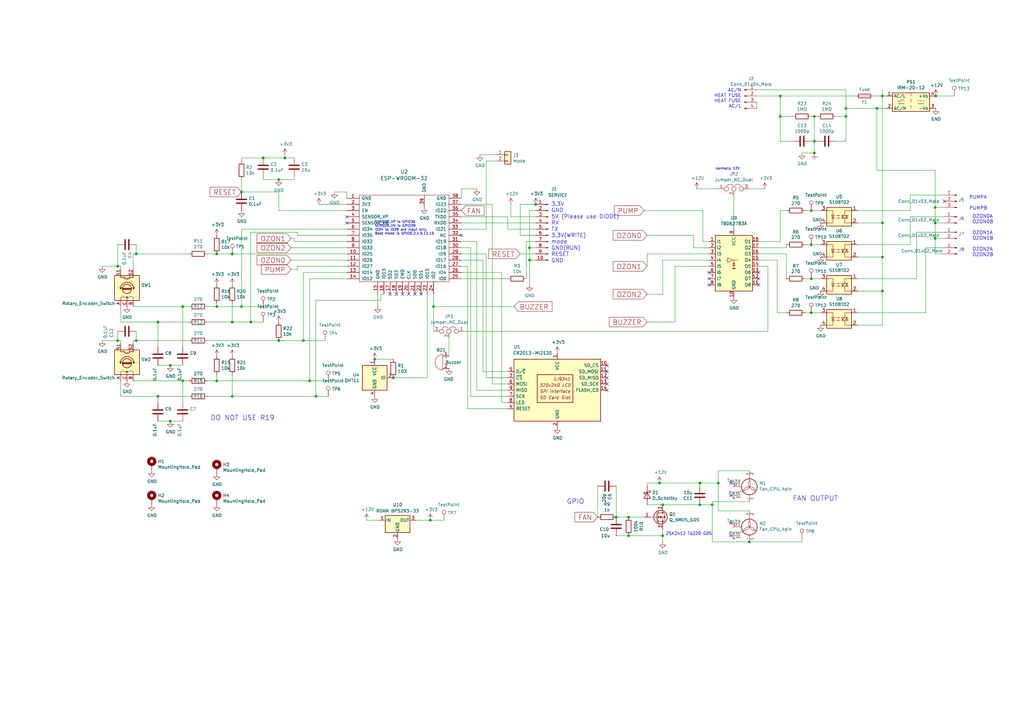
<source format=kicad_sch>
(kicad_sch (version 20230121) (generator eeschema)
  (paper "A3")
  (junction (at 176.53 213.36))
  (junction (at 95.25 104.14))
  (junction (at 359.664 44.45))
  (junction (at 287.02 207.01))
  (junction (at 48.26 109.22))
  (junction (at 217.17 101.6))
  (junction (at 257.81 212.09))
  (junction (at 320.04 39.37))
  (junction (at 334.01 47.752))
  (junction (at 69.85 149.86))
  (junction (at 99.06 125.73))
  (junction (at 64.77 162.56))
  (junction (at 361.95 119.38))
  (junction (at 346.964 47.752))
  (junction (at 153.67 147.32))
  (junction (at 177.8 125.73))
  (junction (at 95.25 162.56))
  (junction (at 99.06 78.74))
  (junction (at 361.95 39.37))
  (junction (at 114.3 73.66))
  (junction (at 88.9 125.73))
  (junction (at 217.17 106.68))
  (junction (at 334.01 57.912))
  (junction (at 124.46 139.7))
  (junction (at 55.88 104.14))
  (junction (at 361.95 91.44))
  (junction (at 334.01 62.738))
  (junction (at 116.84 64.77))
  (junction (at 361.95 105.41))
  (junction (at 74.93 156.21))
  (junction (at 271.78 219.71))
  (junction (at 383.54 85.09))
  (junction (at 307.34 222.25))
  (junction (at 257.81 219.71))
  (junction (at 69.85 172.72))
  (junction (at 88.9 156.21))
  (junction (at 55.88 139.7))
  (junction (at 271.78 207.01))
  (junction (at 292.1 207.01))
  (junction (at 129.54 162.56))
  (junction (at 107.95 64.77))
  (junction (at 332.74 114.3))
  (junction (at 88.9 104.14))
  (junction (at 320.04 47.752))
  (junction (at 294.64 198.12))
  (junction (at 74.93 125.73))
  (junction (at 383.54 97.79))
  (junction (at 64.77 132.08))
  (junction (at 102.87 132.08))
  (junction (at 383.794 39.37))
  (junction (at 219.71 83.82))
  (junction (at 48.26 139.7))
  (junction (at 127 156.21))
  (junction (at 346.964 44.45))
  (junction (at 332.74 128.27))
  (junction (at 114.3 139.7))
  (junction (at 383.54 91.44))
  (junction (at 270.51 198.12))
  (junction (at 287.02 198.12))
  (junction (at 95.25 132.08))
  (junction (at 332.74 100.33))
  (junction (at 161.29 154.94))
  (junction (at 332.74 86.36))
  (junction (at 252.73 212.09))
  (no_connect (at 167.64 120.65))
  (no_connect (at 248.92 157.48))
  (no_connect (at 299.72 203.2))
  (no_connect (at 290.83 116.84))
  (no_connect (at 299.72 219.71))
  (no_connect (at 248.92 154.94))
  (no_connect (at 248.92 160.02))
  (no_connect (at 299.72 214.63))
  (no_connect (at 162.56 120.65))
  (no_connect (at 160.02 120.65))
  (no_connect (at 142.24 91.44))
  (no_connect (at 311.15 116.84))
  (no_connect (at 311.15 111.76))
  (no_connect (at 165.1 120.65))
  (no_connect (at 290.83 114.3))
  (no_connect (at 170.18 120.65))
  (no_connect (at 248.92 149.86))
  (no_connect (at 248.92 152.4))
  (no_connect (at 189.23 96.52))
  (no_connect (at 142.24 88.9))
  (no_connect (at 172.72 120.65))
  (no_connect (at 299.72 198.12))
  (no_connect (at 290.83 111.76))
  (no_connect (at 311.15 114.3))
  (no_connect (at 387.35 82.55))
  (wire (pts (xy 64.77 149.86) (xy 69.85 149.86)))
  (wire (pts (xy 320.04 47.752) (xy 325.12 47.752)))
  (wire (pts (xy 48.26 139.7) (xy 49.53 139.7)))
  (wire (pts (xy 85.09 162.56) (xy 95.25 162.56)))
  (wire (pts (xy 379.73 101.6) (xy 387.35 101.6)))
  (wire (pts (xy 85.09 125.73) (xy 88.9 125.73)))
  (wire (pts (xy 311.15 101.6) (xy 322.58 101.6)))
  (wire (pts (xy 213.36 96.52) (xy 213.36 83.82)))
  (wire (pts (xy 142.24 99.06) (xy 120.65 99.06)))
  (wire (pts (xy 375.92 95.25) (xy 375.92 114.3)))
  (wire (pts (xy 265.43 104.14) (xy 290.83 104.14)))
  (wire (pts (xy 69.85 149.86) (xy 74.93 149.86)))
  (wire (pts (xy 49.53 125.73) (xy 49.53 132.08)))
  (wire (pts (xy 184.15 138.43) (xy 184.15 146.05)))
  (wire (pts (xy 201.93 83.82) (xy 201.93 157.48)))
  (wire (pts (xy 189.23 99.06) (xy 195.58 99.06)))
  (wire (pts (xy 55.88 104.14) (xy 77.47 104.14)))
  (wire (pts (xy 49.53 109.22) (xy 49.53 110.49)))
  (wire (pts (xy 342.9 47.752) (xy 346.964 47.752)))
  (wire (pts (xy 294.64 193.04) (xy 307.34 193.04)))
  (wire (pts (xy 383.54 69.85) (xy 383.54 85.09)))
  (wire (pts (xy 199.39 93.98) (xy 199.39 66.04)))
  (wire (pts (xy 177.8 135.89) (xy 177.8 125.73)))
  (wire (pts (xy 359.664 69.85) (xy 383.54 69.85)))
  (wire (pts (xy 137.16 78.74) (xy 142.24 78.74)))
  (wire (pts (xy 119.38 106.68) (xy 142.24 106.68)))
  (wire (pts (xy 55.88 100.33) (xy 55.88 104.14)))
  (wire (pts (xy 88.9 153.67) (xy 88.9 156.21)))
  (wire (pts (xy 252.73 219.71) (xy 257.81 219.71)))
  (wire (pts (xy 271.78 207.01) (xy 287.02 207.01)))
  (wire (pts (xy 219.71 93.98) (xy 208.28 93.98)))
  (wire (pts (xy 54.61 125.73) (xy 74.93 125.73)))
  (wire (pts (xy 290.83 109.22) (xy 276.86 109.22)))
  (wire (pts (xy 271.78 106.68) (xy 290.83 106.68)))
  (wire (pts (xy 217.17 101.6) (xy 217.17 106.68)))
  (wire (pts (xy 74.93 156.21) (xy 77.47 156.21)))
  (wire (pts (xy 121.92 109.22) (xy 142.24 109.22)))
  (wire (pts (xy 311.15 99.06) (xy 320.04 99.06)))
  (wire (pts (xy 120.65 73.66) (xy 120.65 72.39)))
  (wire (pts (xy 383.54 91.44) (xy 383.54 97.79)))
  (wire (pts (xy 114.3 139.7) (xy 85.09 139.7)))
  (wire (pts (xy 346.964 57.912) (xy 346.964 47.752)))
  (wire (pts (xy 177.8 125.73) (xy 210.82 125.73)))
  (wire (pts (xy 55.88 135.89) (xy 55.88 139.7)))
  (wire (pts (xy 142.24 86.36) (xy 114.3 86.36)))
  (wire (pts (xy 311.15 104.14) (xy 322.58 104.14)))
  (wire (pts (xy 334.01 57.912) (xy 335.28 57.912)))
  (wire (pts (xy 361.95 105.41) (xy 361.95 119.38)))
  (wire (pts (xy 129.54 123.19) (xy 129.54 162.56)))
  (wire (pts (xy 265.43 132.08) (xy 276.86 132.08)))
  (wire (pts (xy 49.53 132.08) (xy 64.77 132.08)))
  (wire (pts (xy 383.54 91.44) (xy 383.54 85.09)))
  (wire (pts (xy 208.28 88.9) (xy 189.23 88.9)))
  (wire (pts (xy 177.8 125.73) (xy 177.8 120.65)))
  (wire (pts (xy 74.93 125.73) (xy 77.47 125.73)))
  (wire (pts (xy 219.71 106.68) (xy 217.17 106.68)))
  (wire (pts (xy 88.9 125.73) (xy 99.06 125.73)))
  (wire (pts (xy 49.53 156.21) (xy 49.53 162.56)))
  (wire (pts (xy 359.664 44.45) (xy 359.664 69.85)))
  (wire (pts (xy 351.79 133.35) (xy 361.95 133.35)))
  (wire (pts (xy 85.09 132.08) (xy 95.25 132.08)))
  (wire (pts (xy 209.55 88.9) (xy 209.55 83.82)))
  (wire (pts (xy 107.95 73.66) (xy 107.95 72.39)))
  (wire (pts (xy 54.61 104.14) (xy 55.88 104.14)))
  (wire (pts (xy 361.95 39.37) (xy 363.474 39.37)))
  (wire (pts (xy 383.794 39.37) (xy 391.414 39.37)))
  (wire (pts (xy 287.02 198.12) (xy 294.64 198.12)))
  (wire (pts (xy 346.964 44.45) (xy 359.664 44.45)))
  (wire (pts (xy 332.74 86.36) (xy 336.55 86.36)))
  (wire (pts (xy 320.04 39.37) (xy 350.774 39.37)))
  (wire (pts (xy 270.51 198.12) (xy 287.02 198.12)))
  (wire (pts (xy 153.67 147.32) (xy 161.29 147.32)))
  (wire (pts (xy 102.87 95.25) (xy 102.87 132.08)))
  (wire (pts (xy 116.84 64.77) (xy 120.65 64.77)))
  (wire (pts (xy 208.28 114.3) (xy 189.23 114.3)))
  (wire (pts (xy 271.78 217.17) (xy 271.78 219.71)))
  (wire (pts (xy 102.87 132.08) (xy 107.95 132.08)))
  (wire (pts (xy 120.65 97.79) (xy 119.38 97.79)))
  (wire (pts (xy 379.73 128.27) (xy 351.79 128.27)))
  (wire (pts (xy 170.688 213.36) (xy 176.53 213.36)))
  (wire (pts (xy 334.01 62.738) (xy 334.01 62.992)))
  (wire (pts (xy 116.84 64.77) (xy 116.84 63.5)))
  (wire (pts (xy 129.54 162.56) (xy 134.62 162.56)))
  (wire (pts (xy 189.23 101.6) (xy 193.04 101.6)))
  (wire (pts (xy 198.12 152.4) (xy 208.28 152.4)))
  (wire (pts (xy 314.96 135.89) (xy 314.96 109.22)))
  (wire (pts (xy 379.73 101.6) (xy 379.73 128.27)))
  (wire (pts (xy 142.24 83.82) (xy 130.81 83.82)))
  (wire (pts (xy 121.92 96.52) (xy 121.92 95.25)))
  (wire (pts (xy 318.77 106.68) (xy 318.77 128.27)))
  (wire (pts (xy 252.73 212.09) (xy 252.73 199.39)))
  (wire (pts (xy 74.93 156.21) (xy 74.93 165.1)))
  (wire (pts (xy 124.46 139.7) (xy 114.3 139.7)))
  (wire (pts (xy 205.74 165.1) (xy 208.28 165.1)))
  (wire (pts (xy 351.79 105.41) (xy 361.95 105.41)))
  (wire (pts (xy 287.02 199.39) (xy 287.02 198.12)))
  (wire (pts (xy 264.16 86.36) (xy 288.29 86.36)))
  (wire (pts (xy 99.06 78.74) (xy 114.3 78.74)))
  (wire (pts (xy 64.77 165.1) (xy 64.77 162.56)))
  (wire (pts (xy 245.11 199.39) (xy 245.11 212.09)))
  (wire (pts (xy 64.77 132.08) (xy 77.47 132.08)))
  (wire (pts (xy 189.23 109.22) (xy 191.77 109.22)))
  (wire (pts (xy 334.01 57.912) (xy 334.01 62.738)))
  (wire (pts (xy 307.34 222.25) (xy 328.93 222.25)))
  (wire (pts (xy 193.04 162.56) (xy 208.28 162.56)))
  (wire (pts (xy 127 114.3) (xy 142.24 114.3)))
  (wire (pts (xy 95.25 104.14) (xy 142.24 104.14)))
  (wire (pts (xy 189.23 111.76) (xy 205.74 111.76)))
  (wire (pts (xy 213.36 83.82) (xy 219.71 83.82)))
  (wire (pts (xy 294.64 198.12) (xy 294.64 193.04)))
  (wire (pts (xy 208.28 93.98) (xy 208.28 88.9)))
  (wire (pts (xy 307.34 222.25) (xy 292.1 222.25)))
  (wire (pts (xy 332.74 47.752) (xy 334.01 47.752)))
  (wire (pts (xy 157.48 120.65) (xy 156.21 120.65)))
  (wire (pts (xy 121.92 110.49) (xy 121.92 109.22)))
  (wire (pts (xy 307.34 77.47) (xy 313.69 77.47)))
  (wire (pts (xy 271.78 219.71) (xy 271.78 222.25)))
  (wire (pts (xy 351.79 91.44) (xy 361.95 91.44)))
  (wire (pts (xy 213.36 104.14) (xy 219.71 104.14)))
  (wire (pts (xy 64.77 162.56) (xy 77.47 162.56)))
  (wire (pts (xy 375.92 95.25) (xy 387.35 95.25)))
  (wire (pts (xy 322.58 101.6) (xy 322.58 100.33)))
  (wire (pts (xy 351.79 100.33) (xy 373.38 100.33)))
  (wire (pts (xy 195.58 99.06) (xy 195.58 160.02)))
  (wire (pts (xy 332.74 114.3) (xy 336.55 114.3)))
  (wire (pts (xy 88.9 104.14) (xy 95.25 104.14)))
  (wire (pts (xy 189.23 77.47) (xy 189.23 81.28)))
  (wire (pts (xy 219.71 101.6) (xy 217.17 101.6)))
  (wire (pts (xy 294.64 77.47) (xy 285.75 77.47)))
  (wire (pts (xy 358.394 39.37) (xy 361.95 39.37)))
  (wire (pts (xy 54.61 104.14) (xy 54.61 110.49)))
  (wire (pts (xy 288.29 86.36) (xy 288.29 99.06)))
  (wire (pts (xy 154.94 120.65) (xy 154.94 125.73)))
  (wire (pts (xy 361.95 39.37) (xy 361.95 91.44)))
  (wire (pts (xy 264.16 212.09) (xy 257.81 212.09)))
  (wire (pts (xy 142.24 101.6) (xy 119.38 101.6)))
  (wire (pts (xy 189.23 91.44) (xy 219.71 91.44)))
  (wire (pts (xy 175.26 120.65) (xy 175.26 154.94)))
  (wire (pts (xy 142.24 93.98) (xy 99.06 93.98)))
  (wire (pts (xy 95.25 162.56) (xy 129.54 162.56)))
  (wire (pts (xy 88.9 124.46) (xy 88.9 125.73)))
  (wire (pts (xy 219.71 86.36) (xy 217.17 86.36)))
  (wire (pts (xy 142.24 78.74) (xy 142.24 81.28)))
  (wire (pts (xy 346.964 44.45) (xy 346.964 47.752)))
  (wire (pts (xy 332.74 128.27) (xy 336.55 128.27)))
  (wire (pts (xy 332.74 57.912) (xy 334.01 57.912)))
  (wire (pts (xy 85.09 104.14) (xy 88.9 104.14)))
  (wire (pts (xy 120.65 99.06) (xy 120.65 97.79)))
  (wire (pts (xy 276.86 109.22) (xy 276.86 132.08)))
  (wire (pts (xy 54.61 139.7) (xy 54.61 140.97)))
  (wire (pts (xy 330.2 114.3) (xy 332.74 114.3)))
  (wire (pts (xy 219.71 96.52) (xy 213.36 96.52)))
  (wire (pts (xy 215.9 99.06) (xy 215.9 114.3)))
  (wire (pts (xy 199.39 66.04) (xy 203.2 66.04)))
  (wire (pts (xy 156.21 120.65) (xy 156.21 123.19)))
  (wire (pts (xy 191.77 109.22) (xy 191.77 167.64)))
  (wire (pts (xy 161.29 154.94) (xy 175.26 154.94)))
  (wire (pts (xy 189.23 77.47) (xy 195.58 77.47)))
  (wire (pts (xy 150.368 213.36) (xy 155.448 213.36)))
  (wire (pts (xy 292.1 222.25) (xy 292.1 207.01)))
  (wire (pts (xy 142.24 96.52) (xy 121.92 96.52)))
  (wire (pts (xy 351.79 86.36) (xy 373.38 86.36)))
  (wire (pts (xy 124.46 111.76) (xy 142.24 111.76)))
  (wire (pts (xy 310.388 36.83) (xy 346.964 36.83)))
  (wire (pts (xy 257.81 212.09) (xy 252.73 212.09)))
  (wire (pts (xy 310.388 39.37) (xy 320.04 39.37)))
  (wire (pts (xy 361.95 119.38) (xy 361.95 133.35)))
  (wire (pts (xy 64.77 172.72) (xy 69.85 172.72)))
  (wire (pts (xy 334.01 47.752) (xy 335.28 47.752)))
  (wire (pts (xy 107.95 64.77) (xy 116.84 64.77)))
  (wire (pts (xy 300.99 93.98) (xy 300.99 80.01)))
  (wire (pts (xy 271.78 106.68) (xy 271.78 120.65)))
  (wire (pts (xy 201.93 157.48) (xy 208.28 157.48)))
  (wire (pts (xy 156.21 123.19) (xy 129.54 123.19)))
  (wire (pts (xy 41.91 139.7) (xy 48.26 139.7)))
  (wire (pts (xy 99.06 93.98) (xy 99.06 125.73)))
  (wire (pts (xy 330.2 86.36) (xy 332.74 86.36)))
  (wire (pts (xy 292.1 205.74) (xy 292.1 207.01)))
  (wire (pts (xy 330.2 100.33) (xy 332.74 100.33)))
  (wire (pts (xy 198.12 106.68) (xy 198.12 152.4)))
  (wire (pts (xy 361.95 91.44) (xy 361.95 105.41)))
  (wire (pts (xy 334.01 47.752) (xy 334.01 57.912)))
  (wire (pts (xy 48.26 139.7) (xy 48.26 135.89)))
  (wire (pts (xy 330.2 128.27) (xy 332.74 128.27)))
  (wire (pts (xy 119.38 110.49) (xy 121.92 110.49)))
  (wire (pts (xy 265.43 198.12) (xy 265.43 199.39)))
  (wire (pts (xy 328.93 222.25) (xy 328.93 220.98)))
  (wire (pts (xy 373.38 80.01) (xy 387.35 80.01)))
  (wire (pts (xy 48.26 109.22) (xy 48.26 100.33)))
  (wire (pts (xy 346.964 36.83) (xy 346.964 44.45)))
  (wire (pts (xy 383.54 97.79) (xy 383.54 104.14)))
  (wire (pts (xy 387.35 91.44) (xy 383.54 91.44)))
  (wire (pts (xy 203.2 63.5) (xy 196.85 63.5)))
  (wire (pts (xy 294.64 209.55) (xy 307.34 209.55)))
  (wire (pts (xy 328.93 62.738) (xy 334.01 62.738)))
  (wire (pts (xy 320.04 57.912) (xy 325.12 57.912)))
  (wire (pts (xy 342.9 57.912) (xy 346.964 57.912)))
  (wire (pts (xy 55.88 139.7) (xy 54.61 139.7)))
  (wire (pts (xy 359.664 44.45) (xy 363.474 44.45)))
  (wire (pts (xy 49.53 139.7) (xy 49.53 140.97)))
  (wire (pts (xy 124.46 139.7) (xy 133.35 139.7)))
  (wire (pts (xy 290.83 101.6) (xy 284.48 101.6)))
  (wire (pts (xy 332.74 100.33) (xy 336.55 100.33)))
  (wire (pts (xy 320.04 47.752) (xy 320.04 57.912)))
  (wire (pts (xy 383.54 85.09) (xy 387.35 85.09)))
  (wire (pts (xy 215.9 99.06) (xy 219.71 99.06)))
  (wire (pts (xy 54.61 156.21) (xy 74.93 156.21)))
  (wire (pts (xy 320.04 86.36) (xy 320.04 99.06)))
  (wire (pts (xy 351.79 114.3) (xy 375.92 114.3)))
  (wire (pts (xy 307.34 205.74) (xy 292.1 205.74)))
  (wire (pts (xy 217.17 106.68) (xy 217.17 116.84)))
  (wire (pts (xy 294.64 198.12) (xy 294.64 209.55)))
  (wire (pts (xy 195.58 160.02) (xy 208.28 160.02)))
  (wire (pts (xy 114.3 73.66) (xy 107.95 73.66)))
  (wire (pts (xy 95.25 124.46) (xy 95.25 132.08)))
  (wire (pts (xy 176.53 213.36) (xy 182.118 213.36)))
  (wire (pts (xy 318.77 128.27) (xy 322.58 128.27)))
  (wire (pts (xy 314.96 109.22) (xy 311.15 109.22)))
  (wire (pts (xy 121.92 95.25) (xy 102.87 95.25)))
  (wire (pts (xy 270.51 198.12) (xy 265.43 198.12)))
  (wire (pts (xy 351.79 119.38) (xy 361.95 119.38)))
  (wire (pts (xy 205.74 111.76) (xy 205.74 165.1)))
  (wire (pts (xy 219.71 88.9) (xy 209.55 88.9)))
  (wire (pts (xy 99.06 73.66) (xy 99.06 78.74)))
  (wire (pts (xy 189.23 93.98) (xy 199.39 93.98)))
  (wire (pts (xy 373.38 88.9) (xy 387.35 88.9)))
  (wire (pts (xy 127 156.21) (xy 134.62 156.21)))
  (wire (pts (xy 287.02 207.01) (xy 292.1 207.01)))
  (wire (pts (xy 387.35 97.79) (xy 383.54 97.79)))
  (wire (pts (xy 99.06 125.73) (xy 107.95 125.73)))
  (wire (pts (xy 88.9 156.21) (xy 127 156.21)))
  (wire (pts (xy 284.48 96.52) (xy 284.48 101.6)))
  (wire (pts (xy 265.43 104.14) (xy 265.43 109.22)))
  (wire (pts (xy 199.39 154.94) (xy 208.28 154.94)))
  (wire (pts (xy 191.77 167.64) (xy 208.28 167.64)))
  (wire (pts (xy 320.04 86.36) (xy 322.58 86.36)))
  (wire (pts (xy 99.06 66.04) (xy 99.06 64.77)))
  (wire (pts (xy 310.388 41.91) (xy 310.388 44.45)))
  (wire (pts (xy 69.85 172.72) (xy 74.93 172.72)))
  (wire (pts (xy 190.5 135.89) (xy 314.96 135.89)))
  (wire (pts (xy 320.04 47.752) (xy 320.04 39.37)))
  (wire (pts (xy 77.47 139.7) (xy 55.88 139.7)))
  (wire (pts (xy 74.93 125.73) (xy 74.93 142.24)))
  (wire (pts (xy 99.06 64.77) (xy 107.95 64.77)))
  (wire (pts (xy 257.81 219.71) (xy 271.78 219.71)))
  (wire (pts (xy 41.91 109.22) (xy 48.26 109.22)))
  (wire (pts (xy 127 114.3) (xy 127 156.21)))
  (wire (pts (xy 322.58 104.14) (xy 322.58 114.3)))
  (wire (pts (xy 288.29 99.06) (xy 290.83 99.06)))
  (wire (pts (xy 265.43 120.65) (xy 271.78 120.65)))
  (wire (pts (xy 64.77 132.08) (xy 64.77 142.24)))
  (wire (pts (xy 373.38 88.9) (xy 373.38 100.33)))
  (wire (pts (xy 49.53 162.56) (xy 64.77 162.56)))
  (wire (pts (xy 311.15 106.68) (xy 318.77 106.68)))
  (wire (pts (xy 124.46 111.76) (xy 124.46 139.7)))
  (wire (pts (xy 95.25 153.67) (xy 95.25 162.56)))
  (wire (pts (xy 199.39 104.14) (xy 189.23 104.14)))
  (wire (pts (xy 193.04 101.6) (xy 193.04 162.56)))
  (wire (pts (xy 383.54 104.14) (xy 387.35 104.14)))
  (wire (pts (xy 284.48 96.52) (xy 265.43 96.52)))
  (wire (pts (xy 199.39 154.94) (xy 199.39 104.14)))
  (wire (pts (xy 189.23 106.68) (xy 198.12 106.68)))
  (wire (pts (xy 114.3 73.66) (xy 120.65 73.66)))
  (wire (pts (xy 373.38 86.36) (xy 373.38 80.01)))
  (wire (pts (xy 361.95 36.83) (xy 361.95 39.37)))
  (wire (pts (xy 271.78 207.01) (xy 265.43 207.01)))
  (wire (pts (xy 217.17 101.6) (xy 217.17 86.36)))
  (wire (pts (xy 189.23 83.82) (xy 201.93 83.82)))
  (wire (pts (xy 48.26 109.22) (xy 49.53 109.22)))
  (wire (pts (xy 95.25 132.08) (xy 102.87 132.08)))
  (wire (pts (xy 85.09 156.21) (xy 88.9 156.21)))
  (wire (pts (xy 114.3 86.36) (xy 114.3 78.74)))
  (text "normally 12V" (at 293.37 69.85 0) (effects (font (size 0.9906 0.9906)) (justify left bottom)))
  (text "FAN OUTPUT" (at 325.12 205.74 0) (effects (font (size 2.0066 2.0066)) (justify left bottom)))
  (text "3.3V\nGND\n5V (Please use DIODE)\nRX\nTX\n3.3V(WRITE)\nmode\nGND(RUN)\nRESET\nGND" (at 226.06 107.95 0) (effects (font (size 1.6002 1.6002)) (justify left bottom)))
  (text "\nOZON0A\nOZON0B\n\nOZON1A\nOZON1B\n\nOZON2A\nOZON2B" (at 398.78 105.41 0) (effects (font (size 1.397 1.397)) (justify left bottom)))
  (text "GPIO" (at 232.41 207.01 0) (effects (font (size 2.0066 2.0066)) (justify left bottom)))
  (text "AC/N\nHEAT FUSE\nHEAT FUSE\nAC/L" (at 304.038 44.45 0) (effects (font (size 1.3462 1.3462)) (justify right bottom)))
  (text "PUMPA\n\nPUMPB\n" (at 397.51 86.36 0) (effects (font (size 1.397 1.397)) (justify left bottom)))
  (text "2SK2412 To220 GDS" (at 273.05 219.71 0) (effects (font (size 1.1938 1.1938)) (justify left bottom)))
  (text "DO NOT USE R19" (at 86.36 172.72 0) (effects (font (size 2.0066 2.0066)) (justify left bottom)))
  (text "SENSOR_VP is GPIO36\nSENSOR_VN is GPIO39\nIO34 to IO39 are input only\nBoot mode is GPIO0,2,4,5,12,15" (at 153.67 96.52 0) (effects (font (size 0.9906 0.9906)) (justify left bottom)))
  (global_label "PUMP" (shape input) (at 264.16 86.36 180) (effects (font (size 2.0066 2.0066))) (property "Intersheetrefs" "${INTERSHEET_REFS}" (effects hide)))
  (global_label "BUZZER" (shape input) (at 210.82 125.73 0) (effects (font (size 2.0066 2.0066))) (property "Intersheetrefs" "${INTERSHEET_REFS}" (effects hide)))
  (global_label "PUMP" (shape input) (at 119.38 110.49 180) (effects (font (size 2.0066 2.0066))) (property "Intersheetrefs" "${INTERSHEET_REFS}" (effects hide)))
  (global_label "OZON2" (shape input) (at 119.38 101.6 180) (effects (font (size 2.0066 2.0066))) (property "Intersheetrefs" "${INTERSHEET_REFS}" (effects hide)))
  (global_label "OZON1" (shape input) (at 119.38 97.79 180) (effects (font (size 2.0066 2.0066))) (property "Intersheetrefs" "${INTERSHEET_REFS}" (effects hide)))
  (global_label "OZON1" (shape input) (at 265.43 109.22 180) (effects (font (size 2.0066 2.0066))) (property "Intersheetrefs" "${INTERSHEET_REFS}" (effects hide)))
  (global_label "OZON0" (shape input) (at 265.43 96.52 180) (effects (font (size 2.0066 2.0066))) (property "Intersheetrefs" "${INTERSHEET_REFS}" (effects hide)))
  (global_label "OZON0" (shape input) (at 119.38 106.68 180) (effects (font (size 2.0066 2.0066))) (property "Intersheetrefs" "${INTERSHEET_REFS}" (effects hide)))
  (global_label "BUZZER" (shape input) (at 265.43 132.08 180) (effects (font (size 2.0066 2.0066))) (property "Intersheetrefs" "${INTERSHEET_REFS}" (effects hide)))
  (global_label "RESET" (shape input) (at 213.36 104.14 180) (effects (font (size 2.0066 2.0066))) (property "Intersheetrefs" "${INTERSHEET_REFS}" (effects hide)))
  (global_label "FAN" (shape input) (at 189.23 86.36 0) (effects (font (size 2.0066 2.0066))) (property "Intersheetrefs" "${INTERSHEET_REFS}" (effects hide)))
  (global_label "OZON2" (shape input) (at 265.43 120.65 180) (effects (font (size 2.0066 2.0066))) (property "Intersheetrefs" "${INTERSHEET_REFS}" (effects hide)))
  (global_label "RESET" (shape input) (at 99.06 78.74 180) (effects (font (size 2.0066 2.0066))) (property "Intersheetrefs" "${INTERSHEET_REFS}" (effects hide)))
  (global_label "FAN" (shape input) (at 245.11 212.09 180) (effects (font (size 2.0066 2.0066))) (property "Intersheetrefs" "${INTERSHEET_REFS}" (effects hide)))
  (symbol (lib_id "Driver_Display:CR2013-MI2120") (at 228.6 160.02 0) (mirror y) (unit 1)
    (property "Reference" "U1" (at 212.09 142.24 0))
    (property "Value" "CR2013-MI2120" (at 218.44 144.78 0))
    (property "Footprint" "library:TFT3.2_ILI9341" (effects hide))
    (property "Datasheet" "http://pan.baidu.com/s/11Y990" (effects hide))
  )
  (symbol (lib_id "ESP32DUALDIAL-rescue:Rotary_Encoder_Switch-Device") (at 52.07 118.11 90) (unit 1)
    (property "Reference" "SW1" (at 57.912 116.9416 90) (effects (justify right)))
    (property "Value" "Rotary_Encoder_Switch" (at 25.4 124.46 90) (effects (justify right)))
    (property "Footprint" "Rotary_Encoder:RotaryEncoder_Alps_EC11E-Switch_Vertical_H20mm" (effects hide))
  )
  (symbol (lib_id "power:GND") (at 228.6 175.26 0) (unit 1)
    (property "Reference" "#PWR0103" (effects hide))
    (property "Value" "GND" (at 228.727 179.6542 0))
  )
  (symbol (lib_id "power:+3.3V") (at 228.6 144.78 0) (unit 1)
    (property "Reference" "#PWR0104" (effects hide))
    (property "Value" "+3.3V" (at 228.981 140.3858 0))
  )
  (symbol (lib_id "power:GND") (at 195.58 77.47 0) (unit 1)
    (property "Reference" "#PWR0107" (effects hide))
    (property "Value" "GND" (at 195.707 81.8642 0))
  )
  (symbol (lib_id "power:GND") (at 52.07 125.73 0) (unit 1)
    (property "Reference" "#PWR0109" (effects hide))
    (property "Value" "GND" (at 52.197 130.1242 0))
  )
  (symbol (lib_id "power:GND") (at 41.91 109.22 0) (unit 1)
    (property "Reference" "#PWR0111" (effects hide))
    (property "Value" "GND" (at 42.037 113.6142 0))
  )
  (symbol (lib_id "power:GND") (at 154.94 125.73 0) (unit 1)
    (property "Reference" "#PWR0113" (effects hide))
    (property "Value" "GND" (at 155.067 130.1242 0))
  )
  (symbol (lib_id "Sensor:DHT11") (at 153.67 154.94 0) (unit 1)
    (property "Reference" "U4" (at 147.4724 153.7716 0) (effects (justify right)))
    (property "Value" "DHT11" (at 147.4724 156.083 0) (effects (justify right)))
    (property "Footprint" "Sensor:Aosong_DHT11_5.5x12.0_P2.54mm" (effects hide))
    (property "Datasheet" "http://akizukidenshi.com/download/ds/aosong/DHT11.pdf" (effects hide))
  )
  (symbol (lib_id "power:+3.3V") (at 153.67 147.32 0) (unit 1)
    (property "Reference" "#PWR0121" (effects hide))
    (property "Value" "+3.3V" (at 154.051 142.9258 0))
  )
  (symbol (lib_id "Device:R") (at 161.29 151.13 0) (unit 1)
    (property "Reference" "R1" (at 163.068 149.9616 0) (effects (justify left)))
    (property "Value" "103" (at 163.068 152.273 0) (effects (justify left)))
    (property "Footprint" "Resistor_SMD:R_0603_1608Metric" (effects hide))
  )
  (symbol (lib_id "Converter_ACDC:IRM-20-12") (at 373.634 41.91 0) (unit 1)
    (property "Reference" "PS1" (at 373.634 33.655 0))
    (property "Value" "IRM-20-12" (at 373.634 35.9664 0))
    (property "Footprint" "Converter_ACDC:Converter_ACDC_MeanWell_IRM-20-xx_THT" (effects hide))
    (property "Datasheet" "http://www.meanwell.com/Upload/PDF/IRM-20/IRM-20-SPEC.PDF" (effects hide))
  )
  (symbol (lib_id "Device:Fuse") (at 354.584 39.37 270) (unit 1)
    (property "Reference" "F1" (at 354.584 41.91 90))
    (property "Value" "Fuse" (at 354.584 36.6776 90))
    (property "Footprint" "library:20mmFuse_P5x2" (effects hide))
  )
  (symbol (lib_id "power:GND") (at 383.794 44.45 0) (unit 1)
    (property "Reference" "#PWR0105" (effects hide))
    (property "Value" "GND" (at 383.921 48.8442 0))
  )
  (symbol (lib_id "power:+12V") (at 383.794 39.37 0) (unit 1)
    (property "Reference" "#PWR0106" (effects hide))
    (property "Value" "+12V" (at 384.175 34.9758 0))
  )
  (symbol (lib_id "power:+12V") (at 150.368 213.36 0) (unit 1)
    (property "Reference" "#PWR0108" (effects hide))
    (property "Value" "+12V" (at 150.749 208.9658 0))
  )
  (symbol (lib_id "power:GND") (at 163.068 220.98 0) (unit 1)
    (property "Reference" "#PWR0110" (effects hide))
    (property "Value" "GND" (at 163.195 225.3742 0))
  )
  (symbol (lib_id "ESP32DUALDIAL-rescue:ESP-WROOM-32-nanbuwks") (at 166.37 99.06 0) (unit 1)
    (property "Reference" "U2" (at 165.735 70.4088 0) (effects (font (size 1.524 1.524))))
    (property "Value" "ESP-WROOM-32" (at 165.735 73.1012 0) (effects (font (size 1.524 1.524))))
    (property "Footprint" "library:ESP-WROOM-32" (effects hide))
  )
  (symbol (lib_id "power:GND") (at 137.16 78.74 0) (unit 1)
    (property "Reference" "#PWR0114" (effects hide))
    (property "Value" "GND" (at 137.287 83.1342 0))
  )
  (symbol (lib_id "power:+3.3V") (at 130.81 83.82 0) (unit 1)
    (property "Reference" "#PWR0115" (effects hide))
    (property "Value" "+3.3V" (at 131.191 79.4258 0))
  )
  (symbol (lib_id "ESP32DUALDIAL-rescue:Rotary_Encoder_Switch-Device") (at 52.07 148.59 90) (unit 1)
    (property "Reference" "SW2" (at 57.912 147.4216 90) (effects (justify right)))
    (property "Value" "Rotary_Encoder_Switch" (at 25.4 154.94 90) (effects (justify right)))
    (property "Footprint" "Rotary_Encoder:RotaryEncoder_Alps_EC11E-Switch_Vertical_H20mm" (effects hide))
  )
  (symbol (lib_id "power:GND") (at 52.07 156.21 0) (unit 1)
    (property "Reference" "#PWR0101" (effects hide))
    (property "Value" "GND" (at 52.197 160.6042 0))
  )
  (symbol (lib_id "power:GND") (at 41.91 139.7 0) (unit 1)
    (property "Reference" "#PWR0102" (effects hide))
    (property "Value" "GND" (at 42.037 144.0942 0))
  )
  (symbol (lib_id "Relay_SolidState:S112S01") (at 344.17 88.9 0) (unit 1)
    (property "Reference" "U5" (at 344.17 80.645 0))
    (property "Value" "S108T02" (at 344.17 82.9564 0))
    (property "Footprint" "library:SSR_SHARP_S108T02_NNC_NNG1D-25mm" (effects hide))
    (property "Datasheet" "http://www.sharp-world.com/products/device/lineup/data/pdf/datasheet/s112s01_e.pdf" (effects hide))
  )
  (symbol (lib_id "Relay_SolidState:S112S01") (at 344.17 102.87 0) (unit 1)
    (property "Reference" "U6" (at 344.17 94.615 0))
    (property "Value" "S108T02" (at 344.17 96.9264 0))
    (property "Footprint" "library:SSR_SHARP_S108T02_NNC_NNG1D-25mm" (effects hide))
    (property "Datasheet" "http://www.sharp-world.com/products/device/lineup/data/pdf/datasheet/s112s01_e.pdf" (effects hide))
  )
  (symbol (lib_id "power:+3.3V") (at 219.71 83.82 0) (unit 1)
    (property "Reference" "#PWR0128" (effects hide))
    (property "Value" "+3.3V" (at 220.091 79.4258 0))
  )
  (symbol (lib_id "Relay_SolidState:S112S01") (at 344.17 116.84 0) (unit 1)
    (property "Reference" "U7" (at 344.17 108.585 0))
    (property "Value" "S108T02" (at 344.17 110.8964 0))
    (property "Footprint" "library:SSR_SHARP_S108T02_NNC_NNG1D-25mm" (effects hide))
    (property "Datasheet" "http://www.sharp-world.com/products/device/lineup/data/pdf/datasheet/s112s01_e.pdf" (effects hide))
  )
  (symbol (lib_id "Relay_SolidState:S112S01") (at 344.17 130.81 0) (unit 1)
    (property "Reference" "U8" (at 344.17 122.555 0))
    (property "Value" "S108T02" (at 344.17 124.8664 0))
    (property "Footprint" "library:SSR_SHARP_S108T02_NNC_NNG1D-25mm" (effects hide))
    (property "Datasheet" "http://www.sharp-world.com/products/device/lineup/data/pdf/datasheet/s112s01_e.pdf" (effects hide))
  )
  (symbol (lib_id "power:GND") (at 217.17 116.84 0) (unit 1)
    (property "Reference" "#PWR0129" (effects hide))
    (property "Value" "GND" (at 217.297 121.2342 0))
  )
  (symbol (lib_id "Device:R") (at 212.09 114.3 90) (mirror x) (unit 1)
    (property "Reference" "R3" (at 212.09 109.0422 90))
    (property "Value" "10k" (at 212.09 111.3536 90))
    (property "Footprint" "Resistor_SMD:R_0603_1608Metric" (effects hide))
  )
  (symbol (lib_id "Device:R") (at 99.06 69.85 0) (unit 1)
    (property "Reference" "R2" (at 100.838 68.6816 0) (effects (justify left)))
    (property "Value" "10k" (at 100.838 70.993 0) (effects (justify left)))
    (property "Footprint" "Resistor_SMD:R_0603_1608Metric" (effects hide))
  )
  (symbol (lib_id "power:GND") (at 99.06 86.36 0) (unit 1)
    (property "Reference" "#PWR0124" (effects hide))
    (property "Value" "GND" (at 99.187 90.7542 0))
  )
  (symbol (lib_id "Device:C") (at 99.06 82.55 0) (unit 1)
    (property "Reference" "C1" (at 101.981 81.3816 0) (effects (justify left)))
    (property "Value" "0.1uF" (at 101.981 83.693 0) (effects (justify left)))
    (property "Footprint" "Resistor_SMD:R_0603_1608Metric" (effects hide))
  )
  (symbol (lib_id "Device:C") (at 107.95 68.58 0) (unit 1)
    (property "Reference" "C2" (at 110.871 67.4116 0) (effects (justify left)))
    (property "Value" "0.1uF" (at 110.871 69.723 0) (effects (justify left)))
    (property "Footprint" "Resistor_SMD:R_0603_1608Metric" (effects hide))
  )
  (symbol (lib_id "power:GND") (at 114.3 73.66 0) (unit 1)
    (property "Reference" "#PWR0125" (effects hide))
    (property "Value" "GND" (at 114.427 78.0542 0))
  )
  (symbol (lib_id "power:+3.3V") (at 313.69 77.47 0) (unit 1)
    (property "Reference" "#PWR0126" (effects hide))
    (property "Value" "+3.3V" (at 314.071 73.0758 0))
  )
  (symbol (lib_id "power:+3.3V") (at 116.84 63.5 0) (unit 1)
    (property "Reference" "#PWR0127" (effects hide))
    (property "Value" "+3.3V" (at 117.221 59.1058 0))
  )
  (symbol (lib_id "Device:C") (at 120.65 68.58 0) (unit 1)
    (property "Reference" "C3" (at 123.571 67.4116 0) (effects (justify left)))
    (property "Value" "10u" (at 123.571 69.723 0) (effects (justify left)))
    (property "Footprint" "Capacitor_SMD:C_0402_1005Metric" (effects hide))
  )
  (symbol (lib_id "power:GND") (at 336.55 91.44 0) (unit 1)
    (property "Reference" "#PWR0116" (effects hide))
    (property "Value" "GND" (at 335.28 90.17 0))
  )
  (symbol (lib_id "power:GND") (at 336.55 105.41 0) (unit 1)
    (property "Reference" "#PWR0117" (effects hide))
    (property "Value" "GND" (at 335.28 104.14 0))
  )
  (symbol (lib_id "power:GND") (at 336.55 119.38 0) (unit 1)
    (property "Reference" "#PWR0118" (effects hide))
    (property "Value" "GND" (at 334.01 118.11 0))
  )
  (symbol (lib_id "power:GND") (at 336.55 133.35 0) (unit 1)
    (property "Reference" "#PWR0119" (effects hide))
    (property "Value" "GND" (at 336.677 137.7442 0))
  )
  (symbol (lib_id "Device:R") (at 326.39 86.36 270) (unit 1)
    (property "Reference" "R5" (at 326.39 81.1022 90))
    (property "Value" "270" (at 326.39 83.4136 90))
    (property "Footprint" "Resistor_SMD:R_0603_1608Metric" (effects hide))
  )
  (symbol (lib_id "Device:R") (at 326.39 100.33 270) (unit 1)
    (property "Reference" "R6" (at 326.39 95.0722 90))
    (property "Value" "270" (at 326.39 97.3836 90))
    (property "Footprint" "Resistor_SMD:R_0603_1608Metric" (effects hide))
  )
  (symbol (lib_id "Device:R") (at 326.39 114.3 270) (unit 1)
    (property "Reference" "R7" (at 326.39 109.0422 90))
    (property "Value" "270" (at 326.39 111.3536 90))
    (property "Footprint" "Resistor_SMD:R_0603_1608Metric" (effects hide))
  )
  (symbol (lib_id "Device:R") (at 326.39 128.27 270) (unit 1)
    (property "Reference" "R8" (at 326.39 123.0122 90))
    (property "Value" "270" (at 326.39 125.3236 90))
    (property "Footprint" "Resistor_SMD:R_0603_1608Metric" (effects hide))
  )
  (symbol (lib_id "Device:Buzzer") (at 181.61 148.59 0) (mirror y) (unit 1)
    (property "Reference" "BZ1" (at 182.88 143.51 0) (effects (justify left)))
    (property "Value" "Buzzer" (at 189.23 148.59 0) (effects (justify left)))
    (property "Footprint" "library:Buzzer_7.6_5.0" (effects hide))
  )
  (symbol (lib_id "power:GND") (at 184.15 151.13 0) (mirror y) (unit 1)
    (property "Reference" "#PWR0130" (effects hide))
    (property "Value" "GND" (at 184.023 155.5242 0))
  )
  (symbol (lib_id "Transistor_Array:TBD62783A") (at 300.99 106.68 0) (unit 1)
    (property "Reference" "U9" (at 300.99 89.3826 0))
    (property "Value" "TBD62783A" (at 300.99 91.694 0))
    (property "Footprint" "Package_SO:SOIC-18W_7.5x11.6mm_P1.27mm" (effects hide))
    (property "Datasheet" "http://toshiba.semicon-storage.com/info/docget.jsp?did=30523&prodName=TBD62783APG" (effects hide))
  )
  (symbol (lib_id "power:+12V") (at 285.75 77.47 0) (unit 1)
    (property "Reference" "#PWR0131" (effects hide))
    (property "Value" "+12V" (at 286.131 73.0758 0))
  )
  (symbol (lib_id "power:+12V") (at 270.51 198.12 0) (unit 1)
    (property "Reference" "#PWR0132" (effects hide))
    (property "Value" "+12V" (at 270.891 193.7258 0))
  )
  (symbol (lib_id "Device:Q_NMOS_GDS") (at 269.24 212.09 0) (unit 1)
    (property "Reference" "Q1" (at 274.4216 210.9216 0) (effects (justify left)))
    (property "Value" "Q_NMOS_GDS" (at 274.4216 213.233 0) (effects (justify left)))
    (property "Footprint" "Package_TO_SOT_SMD:TO-252-2" (effects hide))
  )
  (symbol (lib_id "Device:R") (at 248.92 212.09 270) (unit 1)
    (property "Reference" "R9" (at 248.92 206.8322 90))
    (property "Value" "1k" (at 248.92 209.1436 90))
    (property "Footprint" "Resistor_SMD:R_0603_1608Metric" (effects hide))
  )
  (symbol (lib_id "Device:R") (at 257.81 215.9 180) (unit 1)
    (property "Reference" "R10" (at 263.0678 215.9 90))
    (property "Value" "100k" (at 260.7564 215.9 90))
    (property "Footprint" "Resistor_SMD:R_0603_1608Metric" (effects hide))
  )
  (symbol (lib_id "power:GND") (at 271.78 222.25 0) (unit 1)
    (property "Reference" "#PWR0133" (effects hide))
    (property "Value" "GND" (at 271.907 226.6442 0))
  )
  (symbol (lib_id "Device:C") (at 248.92 199.39 270) (unit 1)
    (property "Reference" "C6" (at 250.0884 202.311 0) (effects (justify left)))
    (property "Value" "20p" (at 247.777 202.311 0) (effects (justify left)))
    (property "Footprint" "Capacitor_SMD:C_0402_1005Metric" (effects hide))
  )
  (symbol (lib_id "power:GND") (at 300.99 121.92 0) (unit 1)
    (property "Reference" "#PWR0120" (effects hide))
    (property "Value" "GND" (at 301.117 126.3142 0))
  )
  (symbol (lib_id "ESP32DUALDIAL-rescue:Jumper_NC_Dual-Device") (at 300.99 77.47 0) (unit 1)
    (property "Reference" "JP2" (at 300.99 71.3994 0))
    (property "Value" "Jumper_NC_Dual" (at 300.99 73.7108 0))
    (property "Footprint" "Jumper:SolderJumper-3_P1.3mm_Bridged12_RoundedPad1.0x1.5mm_NumberLabels" (effects hide))
  )
  (symbol (lib_id "Connector:Conn_01x10_Male") (at 224.79 93.98 0) (mirror y) (unit 1)
    (property "Reference" "J1" (at 226.06 77.47 0) (effects (justify right)))
    (property "Value" "SERVICE" (at 224.79 80.01 0) (effects (justify right)))
    (property "Footprint" "Connector_PinHeader_2.54mm:PinHeader_1x10_P2.54mm_Vertical" (effects hide))
  )
  (symbol (lib_id "power:GND") (at 153.67 162.56 0) (unit 1)
    (property "Reference" "#PWR0122" (effects hide))
    (property "Value" "GND" (at 153.797 166.9542 0))
  )
  (symbol (lib_id "power:GND") (at 173.99 85.09 0) (unit 1)
    (property "Reference" "#PWR0134" (effects hide))
    (property "Value" "GND" (at 174.117 89.4842 0))
  )
  (symbol (lib_id "Mechanical:MountingHole_Pad") (at 62.23 190.5 0) (unit 1)
    (property "Reference" "H1" (at 64.77 189.2554 0) (effects (justify left)))
    (property "Value" "MountingHole_Pad" (at 64.77 191.5668 0) (effects (justify left)))
    (property "Footprint" "MountingHole:MountingHole_3.2mm_M3_Pad" (effects hide))
  )
  (symbol (lib_id "Mechanical:MountingHole_Pad") (at 88.9 191.77 0) (unit 1)
    (property "Reference" "H3" (at 91.44 190.5254 0) (effects (justify left)))
    (property "Value" "MountingHole_Pad" (at 91.44 192.8368 0) (effects (justify left)))
    (property "Footprint" "MountingHole:MountingHole_3.2mm_M3_Pad" (effects hide))
  )
  (symbol (lib_id "Mechanical:MountingHole_Pad") (at 62.23 204.47 0) (unit 1)
    (property "Reference" "H2" (at 64.77 203.2254 0) (effects (justify left)))
    (property "Value" "MountingHole_Pad" (at 64.77 205.5368 0) (effects (justify left)))
    (property "Footprint" "MountingHole:MountingHole_3.2mm_M3_Pad" (effects hide))
  )
  (symbol (lib_id "Mechanical:MountingHole_Pad") (at 88.9 204.47 0) (unit 1)
    (property "Reference" "H4" (at 91.44 203.2254 0) (effects (justify left)))
    (property "Value" "MountingHole_Pad" (at 91.44 205.5368 0) (effects (justify left)))
    (property "Footprint" "MountingHole:MountingHole_3.2mm_M3_Pad" (effects hide))
  )
  (symbol (lib_id "power:GND") (at 88.9 194.31 0) (unit 1)
    (property "Reference" "#PWR0136" (effects hide))
    (property "Value" "GND" (at 89.027 198.7042 0))
  )
  (symbol (lib_id "power:GND") (at 62.23 193.04 0) (unit 1)
    (property "Reference" "#PWR0137" (effects hide))
    (property "Value" "GND" (at 62.357 197.4342 0))
  )
  (symbol (lib_id "power:GND") (at 62.23 207.01 0) (unit 1)
    (property "Reference" "#PWR0138" (effects hide))
    (property "Value" "GND" (at 62.357 211.4042 0))
  )
  (symbol (lib_id "power:GND") (at 88.9 207.01 0) (unit 1)
    (property "Reference" "#PWR0139" (effects hide))
    (property "Value" "GND" (at 89.027 211.4042 0))
  )
  (symbol (lib_id "Device:C") (at 52.07 100.33 270) (unit 1)
    (property "Reference" "C4" (at 53.2384 103.251 0) (effects (justify left)))
    (property "Value" "0.1uF" (at 50.927 103.251 0) (effects (justify left)))
    (property "Footprint" "Resistor_SMD:R_0603_1608Metric" (effects hide))
  )
  (symbol (lib_id "Connector:Conn_01x03_Male") (at 392.43 82.55 0) (mirror y) (unit 1)
    (property "Reference" "J5" (at 393.1412 81.9404 0) (effects (justify right)))
    (property "Value" "Conn_01x03_Male" (at 368.3 82.55 0) (effects (justify right)))
    (property "Footprint" "Connector_JST:JST_VH_B3P-VH_1x03_P3.96mm_Vertical" (effects hide))
  )
  (symbol (lib_id "Device:C") (at 64.77 168.91 0) (unit 1)
    (property "Reference" "C5" (at 67.691 167.7416 0) (effects (justify left)))
    (property "Value" "0.1uF" (at 63.5 179.07 90) (effects (justify left)))
    (property "Footprint" "Resistor_SMD:R_0603_1608Metric" (effects hide))
  )
  (symbol (lib_id "Connector:Conn_01x02_Male") (at 392.43 88.9 0) (mirror y) (unit 1)
    (property "Reference" "J6" (at 393.1412 89.5604 0) (effects (justify right)))
    (property "Value" "Conn_01x02_Male" (at 368.3 90.17 0) (effects (justify right)))
    (property "Footprint" "Connector_JST:JST_NV_B02P-NV_1x02_P5.00mm_Vertical" (effects hide))
  )
  (symbol (lib_id "Device:C") (at 52.07 135.89 270) (unit 1)
    (property "Reference" "C12" (at 45.72 134.62 0) (effects (justify left)))
    (property "Value" "0.1uF" (at 43.18 133.35 0) (effects (justify left)))
    (property "Footprint" "Resistor_SMD:R_0603_1608Metric" (effects hide))
  )
  (symbol (lib_id "Connector:Conn_01x02_Male") (at 392.43 95.25 0) (mirror y) (unit 1)
    (property "Reference" "J7" (at 393.1412 95.9104 0) (effects (justify right)))
    (property "Value" "Conn_01x02_Male" (at 368.3 96.52 0) (effects (justify right)))
    (property "Footprint" "Connector_JST:JST_NV_B02P-NV_1x02_P5.00mm_Vertical" (effects hide))
  )
  (symbol (lib_id "Connector:Conn_01x02_Male") (at 392.43 101.6 0) (mirror y) (unit 1)
    (property "Reference" "J8" (at 393.1412 102.2604 0) (effects (justify right)))
    (property "Value" "Conn_01x02_Male" (at 369.57 102.87 0) (effects (justify right)))
    (property "Footprint" "Connector_JST:JST_NV_B02P-NV_1x02_P5.00mm_Vertical" (effects hide))
  )
  (symbol (lib_id "Device:C") (at 74.93 168.91 0) (unit 1)
    (property "Reference" "C7" (at 77.851 167.7416 0) (effects (justify left)))
    (property "Value" "0.1uF" (at 73.66 179.07 90) (effects (justify left)))
    (property "Footprint" "Resistor_SMD:R_0603_1608Metric" (effects hide))
  )
  (symbol (lib_id "power:GND") (at 69.85 172.72 0) (unit 1)
    (property "Reference" "#PWR0135" (effects hide))
    (property "Value" "GND" (at 69.977 177.1142 0))
  )
  (symbol (lib_id "Device:C") (at 64.77 146.05 0) (unit 1)
    (property "Reference" "C8" (at 67.691 144.8816 0) (effects (justify left)))
    (property "Value" "0.1uF" (at 63.5 156.21 90) (effects (justify left)))
    (property "Footprint" "Resistor_SMD:R_0603_1608Metric" (effects hide))
  )
  (symbol (lib_id "Device:C") (at 74.93 146.05 0) (unit 1)
    (property "Reference" "C9" (at 77.851 144.8816 0) (effects (justify left)))
    (property "Value" "0.1uF" (at 73.66 156.21 90) (effects (justify left)))
    (property "Footprint" "Resistor_SMD:R_0603_1608Metric" (effects hide))
  )
  (symbol (lib_id "power:GND") (at 69.85 149.86 0) (unit 1)
    (property "Reference" "#PWR0140" (effects hide))
    (property "Value" "GND" (at 69.977 154.2542 0))
  )
  (symbol (lib_id "Connector:Conn_01x04_Male") (at 305.308 39.37 0) (unit 1)
    (property "Reference" "J2" (at 308.0512 32.2326 0))
    (property "Value" "Conn_01x04_Male" (at 308.0512 34.544 0))
    (property "Footprint" "Connector_JST:JST_NV_B04P-NV_1x04_P5.00mm_Vertical" (effects hide))
  )
  (symbol (lib_id "Device:D_Schottky") (at 265.43 203.2 270) (unit 1)
    (property "Reference" "D1" (at 267.462 202.0316 90) (effects (justify left)))
    (property "Value" "D_Schottky" (at 267.462 204.343 90) (effects (justify left)))
    (property "Footprint" "Diode_SMD:D_SOD-123F" (effects hide))
  )
  (symbol (lib_id "power:+12V") (at 209.55 83.82 0) (unit 1)
    (property "Reference" "#PWR0141" (effects hide))
    (property "Value" "+12V" (at 209.931 79.4258 0))
  )
  (symbol (lib_id "Device:C") (at 287.02 203.2 180) (unit 1)
    (property "Reference" "C11" (at 284.099 204.3684 0) (effects (justify left)))
    (property "Value" "10u" (at 284.099 202.057 0) (effects (justify left)))
    (property "Footprint" "Capacitor_SMD:C_0402_1005Metric" (effects hide))
  )
  (symbol (lib_id "Device:C") (at 252.73 215.9 180) (unit 1)
    (property "Reference" "C10" (at 249.809 217.0684 0) (effects (justify left)))
    (property "Value" "10u" (at 250.19 219.71 0) (effects (justify left)))
    (property "Footprint" "Capacitor_SMD:C_0402_1005Metric" (effects hide))
  )
  (symbol (lib_id "power:+3.3V") (at 176.53 213.36 0) (unit 1)
    (property "Reference" "#PWR0144" (effects hide))
    (property "Value" "+3.3V" (at 176.911 208.9658 0))
  )
  (symbol (lib_id "Device:R") (at 81.28 104.14 90) (mirror x) (unit 1)
    (property "Reference" "R11" (at 81.28 98.8822 90))
    (property "Value" "270" (at 81.28 101.1936 90))
    (property "Footprint" "Resistor_SMD:R_0603_1608Metric" (effects hide))
  )
  (symbol (lib_id "Device:R") (at 81.28 125.73 90) (mirror x) (unit 1)
    (property "Reference" "R12" (at 81.28 125.73 90))
    (property "Value" "270" (at 81.28 122.7836 90))
    (property "Footprint" "Resistor_SMD:R_0603_1608Metric" (effects hide))
  )
  (symbol (lib_id "Device:R") (at 81.28 132.08 90) (mirror x) (unit 1)
    (property "Reference" "R13" (at 81.28 132.08 90))
    (property "Value" "270" (at 81.28 129.1336 90))
    (property "Footprint" "Resistor_SMD:R_0603_1608Metric" (effects hide))
  )
  (symbol (lib_id "Device:R") (at 81.28 139.7 90) (mirror x) (unit 1)
    (property "Reference" "R14" (at 81.28 139.7 90))
    (property "Value" "270" (at 81.28 136.7536 90))
    (property "Footprint" "Resistor_SMD:R_0603_1608Metric" (effects hide))
  )
  (symbol (lib_id "Device:R") (at 81.28 156.21 90) (mirror x) (unit 1)
    (property "Reference" "R15" (at 81.28 156.21 90))
    (property "Value" "270" (at 81.28 153.2636 90))
    (property "Footprint" "Resistor_SMD:R_0603_1608Metric" (effects hide))
  )
  (symbol (lib_id "Device:R") (at 81.28 162.56 90) (mirror x) (unit 1)
    (property "Reference" "R16" (at 81.28 162.56 90))
    (property "Value" "270" (at 81.28 159.6136 90))
    (property "Footprint" "Resistor_SMD:R_0603_1608Metric" (effects hide))
  )
  (symbol (lib_id "Device:R") (at 88.9 120.65 0) (unit 1)
    (property "Reference" "R18" (at 90.678 119.4816 0) (effects (justify left)))
    (property "Value" "10k" (at 90.678 121.793 0) (effects (justify left)))
    (property "Footprint" "Resistor_SMD:R_0603_1608Metric" (effects hide))
  )
  (symbol (lib_id "power:+3.3V") (at 88.9 116.84 0) (unit 1)
    (property "Reference" "#PWR0146" (effects hide))
    (property "Value" "+3.3V" (at 89.281 112.4458 0))
  )
  (symbol (lib_id "Device:R") (at 88.9 100.33 0) (unit 1)
    (property "Reference" "R17" (at 90.678 99.1616 0) (effects (justify left)))
    (property "Value" "10k" (at 90.678 101.473 0) (effects (justify left)))
    (property "Footprint" "Resistor_SMD:R_0603_1608Metric" (effects hide))
  )
  (symbol (lib_id "power:+3.3V") (at 88.9 96.52 0) (unit 1)
    (property "Reference" "#PWR0147" (effects hide))
    (property "Value" "+3.3V" (at 89.281 92.1258 0))
  )
  (symbol (lib_id "Device:R") (at 95.25 120.65 0) (unit 1)
    (property "Reference" "R20" (at 97.028 119.4816 0) (effects (justify left)))
    (property "Value" "10k" (at 97.028 121.793 0) (effects (justify left)))
    (property "Footprint" "Resistor_SMD:R_0603_1608Metric" (effects hide))
  )
  (symbol (lib_id "power:+3.3V") (at 95.25 116.84 0) (unit 1)
    (property "Reference" "#PWR0148" (effects hide))
    (property "Value" "+3.3V" (at 95.631 112.4458 0))
  )
  (symbol (lib_id "Motor:Fan_CPU_4pin") (at 307.34 200.66 0) (unit 1)
    (property "Reference" "M1" (at 311.3532 198.2216 0) (effects (justify left)))
    (property "Value" "Fan_CPU_4pin" (at 311.3532 200.533 0) (effects (justify left)))
    (property "Footprint" "Connector:FanPinHeader_1x03_P2.54mm_Vertical" (effects hide))
    (property "Datasheet" "http://www.formfactors.org/developer%5Cspecs%5Crev1_2_public.pdf" (effects hide))
  )
  (symbol (lib_id "Motor:Fan_CPU_4pin") (at 307.34 217.17 0) (unit 1)
    (property "Reference" "M2" (at 311.3532 214.7316 0) (effects (justify left)))
    (property "Value" "Fan_CPU_4pin" (at 311.3532 217.043 0) (effects (justify left)))
    (property "Footprint" "Connector:FanPinHeader_1x03_P2.54mm_Vertical" (effects hide))
    (property "Datasheet" "http://www.formfactors.org/developer%5Cspecs%5Crev1_2_public.pdf" (effects hide))
  )
  (symbol (lib_id "Device:R") (at 114.3 135.89 0) (unit 1)
    (property "Reference" "R22" (at 116.078 134.7216 0) (effects (justify left)))
    (property "Value" "10k" (at 116.078 137.033 0) (effects (justify left)))
    (property "Footprint" "Resistor_SMD:R_0603_1608Metric" (effects hide))
  )
  (symbol (lib_id "power:+3.3V") (at 114.3 132.08 0) (unit 1)
    (property "Reference" "#PWR0149" (effects hide))
    (property "Value" "+3.3V" (at 114.681 127.6858 0))
  )
  (symbol (lib_id "Device:R") (at 88.9 149.86 0) (unit 1)
    (property "Reference" "R19" (at 90.678 148.6916 0) (effects (justify left)))
    (property "Value" "10k" (at 90.678 151.003 0) (effects (justify left)))
    (property "Footprint" "Resistor_SMD:R_0603_1608Metric" (effects hide))
  )
  (symbol (lib_id "power:+3.3V") (at 88.9 146.05 0) (unit 1)
    (property "Reference" "#PWR0150" (effects hide))
    (property "Value" "+3.3V" (at 89.281 141.6558 0))
  )
  (symbol (lib_id "Device:R") (at 95.25 149.86 0) (unit 1)
    (property "Reference" "R21" (at 97.028 148.6916 0) (effects (justify left)))
    (property "Value" "10k" (at 97.028 151.003 0) (effects (justify left)))
    (property "Footprint" "Resistor_SMD:R_0603_1608Metric" (effects hide))
  )
  (symbol (lib_id "power:+3.3V") (at 95.25 146.05 0) (unit 1)
    (property "Reference" "#PWR0151" (effects hide))
    (property "Value" "+3.3V" (at 95.631 141.6558 0))
  )
  (symbol (lib_id "Connector:TestPoint") (at 332.74 86.36 0) (unit 1)
    (property "Reference" "TP9" (at 334.2132 83.3628 0) (effects (justify left)))
    (property "Value" "TestPoint" (at 330.2 80.01 0) (effects (justify left)))
    (property "Footprint" "TestPoint:TestPoint_Pad_D2.0mm" (effects hide))
  )
  (symbol (lib_id "Connector:TestPoint") (at 332.74 100.33 0) (unit 1)
    (property "Reference" "TP10" (at 334.2132 97.3328 0) (effects (justify left)))
    (property "Value" "TestPoint" (at 330.2 93.98 0) (effects (justify left)))
    (property "Footprint" "TestPoint:TestPoint_Pad_D2.0mm" (effects hide))
  )
  (symbol (lib_id "Connector:TestPoint") (at 332.74 114.3 0) (unit 1)
    (property "Reference" "TP11" (at 334.2132 111.3028 0) (effects (justify left)))
    (property "Value" "TestPoint" (at 330.2 107.95 0) (effects (justify left)))
    (property "Footprint" "TestPoint:TestPoint_Pad_D2.0mm" (effects hide))
  )
  (symbol (lib_id "Connector:TestPoint") (at 332.74 128.27 0) (unit 1)
    (property "Reference" "TP12" (at 334.2132 125.2728 0) (effects (justify left)))
    (property "Value" "TestPoint" (at 330.2 121.92 0) (effects (justify left)))
    (property "Footprint" "TestPoint:TestPoint_Pad_D2.0mm" (effects hide))
  )
  (symbol (lib_id "Connector:TestPoint") (at 391.414 39.37 0) (unit 1)
    (property "Reference" "TP13" (at 392.8872 36.3728 0) (effects (justify left)))
    (property "Value" "TestPoint" (at 388.874 33.02 0) (effects (justify left)))
    (property "Footprint" "TestPoint:TestPoint_Pad_D3.0mm" (effects hide))
  )
  (symbol (lib_id "Connector:TestPoint") (at 182.118 213.36 0) (unit 1)
    (property "Reference" "TP7" (at 183.5912 210.3628 0) (effects (justify left)))
    (property "Value" "TestPoint" (at 179.578 207.01 0) (effects (justify left)))
    (property "Footprint" "TestPoint:TestPoint_Pad_D3.0mm" (effects hide))
  )
  (symbol (lib_id "Connector:TestPoint") (at 328.93 220.98 0) (unit 1)
    (property "Reference" "TP8" (at 330.4032 217.9828 0) (effects (justify left)))
    (property "Value" "TestPoint" (at 326.39 214.63 0) (effects (justify left)))
    (property "Footprint" "TestPoint:TestPoint_Pad_D2.0mm" (effects hide))
  )
  (symbol (lib_id "Connector:TestPoint") (at 95.25 104.14 0) (unit 1)
    (property "Reference" "TP1" (at 96.7232 101.1428 0) (effects (justify left)))
    (property "Value" "TestPoint" (at 92.71 97.79 0) (effects (justify left)))
    (property "Footprint" "TestPoint:TestPoint_Pad_D2.0mm" (effects hide))
  )
  (symbol (lib_id "Connector:TestPoint") (at 107.95 125.73 0) (unit 1)
    (property "Reference" "TP2" (at 109.4232 122.7328 0) (effects (justify left)))
    (property "Value" "TestPoint" (at 105.41 119.38 0) (effects (justify left)))
    (property "Footprint" "TestPoint:TestPoint_Pad_D2.0mm" (effects hide))
  )
  (symbol (lib_id "Connector:TestPoint") (at 107.95 132.08 0) (unit 1)
    (property "Reference" "TP3" (at 109.4232 129.0828 0) (effects (justify left)))
    (property "Value" "TestPoint" (at 105.41 125.73 0) (effects (justify left)))
    (property "Footprint" "TestPoint:TestPoint_Pad_D2.0mm" (effects hide))
  )
  (symbol (lib_id "Connector:TestPoint") (at 134.62 162.56 0) (unit 1)
    (property "Reference" "TP6" (at 136.0932 159.5628 0) (effects (justify left)))
    (property "Value" "TestPoint" (at 132.08 156.21 0) (effects (justify left)))
    (property "Footprint" "TestPoint:TestPoint_Pad_D2.0mm" (effects hide))
  )
  (symbol (lib_id "Connector:TestPoint") (at 134.62 156.21 0) (unit 1)
    (property "Reference" "TP5" (at 136.0932 153.2128 0) (effects (justify left)))
    (property "Value" "TestPoint" (at 132.08 149.86 0) (effects (justify left)))
    (property "Footprint" "TestPoint:TestPoint_Pad_D2.0mm" (effects hide))
  )
  (symbol (lib_id "Connector:TestPoint") (at 133.35 139.7 0) (unit 1)
    (property "Reference" "TP4" (at 134.8232 136.7028 0) (effects (justify left)))
    (property "Value" "TestPoint" (at 130.81 133.35 0) (effects (justify left)))
    (property "Footprint" "TestPoint:TestPoint_Pad_D2.0mm" (effects hide))
  )
  (symbol (lib_id "Connector_Generic:Conn_01x02") (at 208.28 63.5 0) (unit 1)
    (property "Reference" "J3" (at 210.312 63.7032 0) (effects (justify left)))
    (property "Value" "mode" (at 210.312 66.0146 0) (effects (justify left)))
    (property "Footprint" "Connector_PinHeader_2.54mm:PinHeader_2x01_P2.54mm_Vertical" (effects hide))
  )
  (symbol (lib_id "power:GND") (at 196.85 63.5 0) (unit 1)
    (property "Reference" "#PWR0152" (effects hide))
    (property "Value" "GND" (at 196.977 67.8942 0))
  )
  (symbol (lib_id "ESP32DUALDIAL-rescue:Jumper_NC_Dual-Device") (at 184.15 135.89 0) (mirror y) (unit 1)
    (property "Reference" "JP3" (at 184.15 129.8194 0))
    (property "Value" "Jumper_NC_Dual" (at 184.15 132.1308 0))
    (property "Footprint" "Jumper:SolderJumper-3_P1.3mm_Bridged12_RoundedPad1.0x1.5mm_NumberLabels" (effects hide))
  )
  (symbol (lib_id "Device:R") (at 339.09 47.752 270) (unit 1)
    (property "Reference" "R24" (at 339.09 42.4942 90))
    (property "Value" "1MΩ" (at 339.09 44.8056 90))
    (property "Footprint" "Resistor_THT:R_Axial_DIN0207_L6.3mm_D2.5mm_P10.16mm_Horizontal" (effects hide))
  )
  (symbol (lib_id "Device:C") (at 339.09 57.912 270) (unit 1)
    (property "Reference" "C14" (at 339.09 51.5112 90))
    (property "Value" "1000p" (at 339.09 53.8226 90))
    (property "Footprint" "Capacitor_THT:C_Disc_D10.5mm_W5.0mm_P10.00mm" (effects hide))
  )
  (symbol (lib_id "Regulator_Switching:R-78E3.3-1.0") (at 163.068 213.36 0) (unit 1)
    (property "Reference" "U10" (at 163.068 207.01 0))
    (property "Value" "ROAM BP5293-33" (at 163.068 209.55 0))
    (property "Footprint" "Converter_DCDC:Converter_DCDC_RECOM_R-78E-0.5_THT" (effects hide))
    (property "Datasheet" "https://www.recom-power.com/pdf/Innoline/R-78Exx-1.0.pdf" (effects hide))
  )
  (symbol (lib_id "power:GND") (at 328.93 62.738 0) (unit 1)
    (property "Reference" "#PWR04" (effects hide))
    (property "Value" "GND" (at 329.057 67.1322 0))
  )
  (symbol (lib_id "power:Earth") (at 334.01 62.992 0) (unit 1)
    (property "Reference" "#PWR02" (effects hide))
    (property "Value" "Earth" (effects hide))
  )
  (symbol (lib_id "Device:C") (at 328.93 57.912 270) (unit 1)
    (property "Reference" "C13" (at 328.93 51.5112 90))
    (property "Value" "1000p" (at 328.93 53.8226 90))
    (property "Footprint" "Capacitor_THT:C_Disc_D10.5mm_W5.0mm_P10.00mm" (effects hide))
  )
  (symbol (lib_id "Device:R") (at 328.93 47.752 270) (unit 1)
    (property "Reference" "R23" (at 328.93 42.4942 90))
    (property "Value" "1MΩ" (at 328.93 44.8056 90))
    (property "Footprint" "Resistor_THT:R_Axial_DIN0207_L6.3mm_D2.5mm_P10.16mm_Horizontal" (effects hide))
  )
)
</source>
